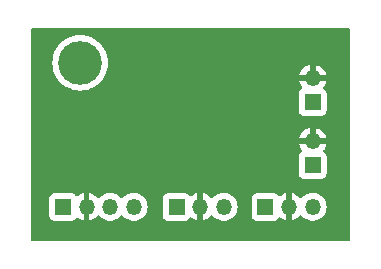
<source format=gbr>
%TF.GenerationSoftware,KiCad,Pcbnew,7.0.5*%
%TF.CreationDate,2023-08-11T08:16:59+02:00*%
%TF.ProjectId,FiresportTimer,46697265-7370-46f7-9274-54696d65722e,rev?*%
%TF.SameCoordinates,Original*%
%TF.FileFunction,Copper,L2,Bot*%
%TF.FilePolarity,Positive*%
%FSLAX46Y46*%
G04 Gerber Fmt 4.6, Leading zero omitted, Abs format (unit mm)*
G04 Created by KiCad (PCBNEW 7.0.5) date 2023-08-11 08:16:59*
%MOMM*%
%LPD*%
G01*
G04 APERTURE LIST*
%TA.AperFunction,ComponentPad*%
%ADD10R,1.350000X1.350000*%
%TD*%
%TA.AperFunction,ComponentPad*%
%ADD11O,1.350000X1.350000*%
%TD*%
%TA.AperFunction,ViaPad*%
%ADD12C,3.700000*%
%TD*%
G04 APERTURE END LIST*
D10*
%TO.P,CON_LED_L1,1,+*%
%TO.N,/LED_L*%
X173355000Y-67580000D03*
D11*
%TO.P,CON_LED_L1,2,-*%
%TO.N,GND*%
X173355000Y-65580000D03*
%TD*%
D10*
%TO.P,CON_OUT1,1,+*%
%TO.N,+12V*%
X152210000Y-71120000D03*
D11*
%TO.P,CON_OUT1,2,-*%
%TO.N,GND*%
X154210000Y-71120000D03*
%TO.P,CON_OUT1,3,L*%
%TO.N,/L_OUT*%
X156210000Y-71120000D03*
%TO.P,CON_OUT1,4,R*%
%TO.N,/R_OUT*%
X158210000Y-71120000D03*
%TD*%
D10*
%TO.P,CON_HAL_L1,1,+*%
%TO.N,+12V*%
X169355000Y-71120000D03*
D11*
%TO.P,CON_HAL_L1,2,-*%
%TO.N,GND*%
X171355000Y-71120000D03*
%TO.P,CON_HAL_L1,3,Q*%
%TO.N,/HAL_L*%
X173355000Y-71120000D03*
%TD*%
D10*
%TO.P,CON_LED_R1,1,+*%
%TO.N,/LED_R*%
X173355000Y-62230000D03*
D11*
%TO.P,CON_LED_R1,2,-*%
%TO.N,GND*%
X173355000Y-60230000D03*
%TD*%
D10*
%TO.P,CON_HAL_R1,1,+*%
%TO.N,+12V*%
X161830000Y-71120000D03*
D11*
%TO.P,CON_HAL_R1,2,-*%
%TO.N,GND*%
X163830000Y-71120000D03*
%TO.P,CON_HAL_R1,3,Q*%
%TO.N,/HAL_R*%
X165830000Y-71120000D03*
%TD*%
D12*
%TO.N,*%
X153670000Y-58928000D03*
%TD*%
%TA.AperFunction,Conductor*%
%TO.N,GND*%
G36*
X176442539Y-56026685D02*
G01*
X176488294Y-56079489D01*
X176499500Y-56131000D01*
X176499500Y-73875500D01*
X176479815Y-73942539D01*
X176427011Y-73988294D01*
X176375500Y-73999500D01*
X149624500Y-73999500D01*
X149557461Y-73979815D01*
X149511706Y-73927011D01*
X149500500Y-73875500D01*
X149500500Y-71842870D01*
X151034500Y-71842870D01*
X151034501Y-71842876D01*
X151040908Y-71902483D01*
X151091202Y-72037328D01*
X151091206Y-72037335D01*
X151177452Y-72152544D01*
X151177455Y-72152547D01*
X151292664Y-72238793D01*
X151292671Y-72238797D01*
X151427517Y-72289091D01*
X151427516Y-72289091D01*
X151434444Y-72289835D01*
X151487127Y-72295500D01*
X152932872Y-72295499D01*
X152992483Y-72289091D01*
X153127331Y-72238796D01*
X153242546Y-72152546D01*
X153269114Y-72117055D01*
X153305087Y-72069003D01*
X153361020Y-72027132D01*
X153430712Y-72022148D01*
X153487891Y-72051677D01*
X153498869Y-72061685D01*
X153498874Y-72061689D01*
X153684012Y-72176322D01*
X153684023Y-72176327D01*
X153887060Y-72254984D01*
X153960000Y-72268619D01*
X153960000Y-71435686D01*
X153971955Y-71447641D01*
X154084852Y-71505165D01*
X154178519Y-71520000D01*
X154241481Y-71520000D01*
X154335148Y-71505165D01*
X154448045Y-71447641D01*
X154460000Y-71435686D01*
X154460000Y-72268619D01*
X154532939Y-72254984D01*
X154735976Y-72176327D01*
X154735987Y-72176322D01*
X154921130Y-72061685D01*
X154921131Y-72061685D01*
X155082055Y-71914984D01*
X155110730Y-71877012D01*
X155166838Y-71835374D01*
X155236550Y-71830681D01*
X155297733Y-71864422D01*
X155308640Y-71877009D01*
X155327512Y-71902000D01*
X155337573Y-71915322D01*
X155498568Y-72062088D01*
X155498575Y-72062092D01*
X155498576Y-72062093D01*
X155683786Y-72176770D01*
X155683792Y-72176773D01*
X155706664Y-72185633D01*
X155886931Y-72255470D01*
X156101074Y-72295500D01*
X156101076Y-72295500D01*
X156318924Y-72295500D01*
X156318926Y-72295500D01*
X156533069Y-72255470D01*
X156736210Y-72176772D01*
X156921432Y-72062088D01*
X157082427Y-71915322D01*
X157111047Y-71877422D01*
X157167153Y-71835787D01*
X157236865Y-71831094D01*
X157298048Y-71864836D01*
X157308946Y-71877414D01*
X157337573Y-71915322D01*
X157498568Y-72062088D01*
X157498575Y-72062092D01*
X157498576Y-72062093D01*
X157683786Y-72176770D01*
X157683792Y-72176773D01*
X157706664Y-72185633D01*
X157886931Y-72255470D01*
X158101074Y-72295500D01*
X158101076Y-72295500D01*
X158318924Y-72295500D01*
X158318926Y-72295500D01*
X158533069Y-72255470D01*
X158736210Y-72176772D01*
X158921432Y-72062088D01*
X159082427Y-71915322D01*
X159137140Y-71842870D01*
X160654500Y-71842870D01*
X160654501Y-71842876D01*
X160660908Y-71902483D01*
X160711202Y-72037328D01*
X160711206Y-72037335D01*
X160797452Y-72152544D01*
X160797455Y-72152547D01*
X160912664Y-72238793D01*
X160912671Y-72238797D01*
X161047517Y-72289091D01*
X161047516Y-72289091D01*
X161054444Y-72289835D01*
X161107127Y-72295500D01*
X162552872Y-72295499D01*
X162612483Y-72289091D01*
X162747331Y-72238796D01*
X162862546Y-72152546D01*
X162889114Y-72117055D01*
X162925087Y-72069003D01*
X162981020Y-72027132D01*
X163050712Y-72022148D01*
X163107891Y-72051677D01*
X163118869Y-72061685D01*
X163118874Y-72061689D01*
X163304012Y-72176322D01*
X163304023Y-72176327D01*
X163507060Y-72254984D01*
X163580000Y-72268619D01*
X163580000Y-71435686D01*
X163591955Y-71447641D01*
X163704852Y-71505165D01*
X163798519Y-71520000D01*
X163861481Y-71520000D01*
X163955148Y-71505165D01*
X164068045Y-71447641D01*
X164080000Y-71435685D01*
X164080000Y-72268619D01*
X164152939Y-72254984D01*
X164355976Y-72176327D01*
X164355987Y-72176322D01*
X164541130Y-72061685D01*
X164541131Y-72061685D01*
X164702055Y-71914984D01*
X164730730Y-71877012D01*
X164786838Y-71835374D01*
X164856550Y-71830681D01*
X164917733Y-71864422D01*
X164928640Y-71877009D01*
X164947512Y-71902000D01*
X164957573Y-71915322D01*
X165118568Y-72062088D01*
X165118575Y-72062092D01*
X165118576Y-72062093D01*
X165303786Y-72176770D01*
X165303792Y-72176773D01*
X165326664Y-72185633D01*
X165506931Y-72255470D01*
X165721074Y-72295500D01*
X165721076Y-72295500D01*
X165938924Y-72295500D01*
X165938926Y-72295500D01*
X166153069Y-72255470D01*
X166356210Y-72176772D01*
X166541432Y-72062088D01*
X166702427Y-71915322D01*
X166757140Y-71842870D01*
X168179500Y-71842870D01*
X168179501Y-71842876D01*
X168185908Y-71902483D01*
X168236202Y-72037328D01*
X168236206Y-72037335D01*
X168322452Y-72152544D01*
X168322455Y-72152547D01*
X168437664Y-72238793D01*
X168437671Y-72238797D01*
X168572517Y-72289091D01*
X168572516Y-72289091D01*
X168579444Y-72289835D01*
X168632127Y-72295500D01*
X170077872Y-72295499D01*
X170137483Y-72289091D01*
X170272331Y-72238796D01*
X170387546Y-72152546D01*
X170414114Y-72117055D01*
X170450087Y-72069003D01*
X170506020Y-72027132D01*
X170575712Y-72022148D01*
X170632891Y-72051677D01*
X170643869Y-72061685D01*
X170643874Y-72061689D01*
X170829012Y-72176322D01*
X170829023Y-72176327D01*
X171032060Y-72254984D01*
X171105000Y-72268619D01*
X171105000Y-71435686D01*
X171116955Y-71447641D01*
X171229852Y-71505165D01*
X171323519Y-71520000D01*
X171386481Y-71520000D01*
X171480148Y-71505165D01*
X171593045Y-71447641D01*
X171605000Y-71435685D01*
X171605000Y-72268619D01*
X171677939Y-72254984D01*
X171880976Y-72176327D01*
X171880987Y-72176322D01*
X172066130Y-72061685D01*
X172066131Y-72061685D01*
X172227055Y-71914984D01*
X172255730Y-71877012D01*
X172311838Y-71835374D01*
X172381550Y-71830681D01*
X172442733Y-71864422D01*
X172453640Y-71877009D01*
X172472512Y-71902000D01*
X172482573Y-71915322D01*
X172643568Y-72062088D01*
X172643575Y-72062092D01*
X172643576Y-72062093D01*
X172828786Y-72176770D01*
X172828792Y-72176773D01*
X172851664Y-72185633D01*
X173031931Y-72255470D01*
X173246074Y-72295500D01*
X173246076Y-72295500D01*
X173463924Y-72295500D01*
X173463926Y-72295500D01*
X173678069Y-72255470D01*
X173881210Y-72176772D01*
X174066432Y-72062088D01*
X174227427Y-71915322D01*
X174358712Y-71741472D01*
X174455817Y-71546459D01*
X174515435Y-71336923D01*
X174535536Y-71120000D01*
X174515435Y-70903077D01*
X174455817Y-70693541D01*
X174358712Y-70498528D01*
X174227427Y-70324678D01*
X174066432Y-70177912D01*
X174066428Y-70177909D01*
X174066423Y-70177906D01*
X173881213Y-70063229D01*
X173881207Y-70063226D01*
X173796113Y-70030260D01*
X173678069Y-69984530D01*
X173463926Y-69944500D01*
X173246074Y-69944500D01*
X173031931Y-69984530D01*
X172988896Y-70001202D01*
X172828792Y-70063226D01*
X172828786Y-70063229D01*
X172643576Y-70177906D01*
X172643566Y-70177913D01*
X172482574Y-70324676D01*
X172453640Y-70362991D01*
X172397530Y-70404627D01*
X172327818Y-70409318D01*
X172266637Y-70375576D01*
X172255731Y-70362990D01*
X172227051Y-70325011D01*
X172227050Y-70325010D01*
X172066131Y-70178314D01*
X171880987Y-70063677D01*
X171880985Y-70063676D01*
X171677931Y-69985013D01*
X171677921Y-69985010D01*
X171605001Y-69971378D01*
X171605000Y-69971379D01*
X171605000Y-70804314D01*
X171593045Y-70792359D01*
X171480148Y-70734835D01*
X171386481Y-70720000D01*
X171323519Y-70720000D01*
X171229852Y-70734835D01*
X171116955Y-70792359D01*
X171105000Y-70804314D01*
X171105000Y-69971379D01*
X171104998Y-69971378D01*
X171032078Y-69985010D01*
X171032068Y-69985013D01*
X170829014Y-70063676D01*
X170829012Y-70063677D01*
X170643869Y-70178314D01*
X170643868Y-70178314D01*
X170632887Y-70188325D01*
X170570082Y-70218940D01*
X170500695Y-70210740D01*
X170450086Y-70170997D01*
X170387546Y-70087454D01*
X170355182Y-70063226D01*
X170272335Y-70001206D01*
X170272328Y-70001202D01*
X170137482Y-69950908D01*
X170137483Y-69950908D01*
X170077883Y-69944501D01*
X170077881Y-69944500D01*
X170077873Y-69944500D01*
X170077864Y-69944500D01*
X168632129Y-69944500D01*
X168632123Y-69944501D01*
X168572516Y-69950908D01*
X168437671Y-70001202D01*
X168437664Y-70001206D01*
X168322455Y-70087452D01*
X168322452Y-70087455D01*
X168236206Y-70202664D01*
X168236202Y-70202671D01*
X168185908Y-70337517D01*
X168179501Y-70397116D01*
X168179500Y-70397135D01*
X168179500Y-71842870D01*
X166757140Y-71842870D01*
X166833712Y-71741472D01*
X166930817Y-71546459D01*
X166990435Y-71336923D01*
X167010536Y-71120000D01*
X166990435Y-70903077D01*
X166930817Y-70693541D01*
X166833712Y-70498528D01*
X166702427Y-70324678D01*
X166541432Y-70177912D01*
X166541428Y-70177909D01*
X166541423Y-70177906D01*
X166356213Y-70063229D01*
X166356207Y-70063226D01*
X166271113Y-70030260D01*
X166153069Y-69984530D01*
X165938926Y-69944500D01*
X165721074Y-69944500D01*
X165506931Y-69984530D01*
X165463896Y-70001202D01*
X165303792Y-70063226D01*
X165303786Y-70063229D01*
X165118576Y-70177906D01*
X165118566Y-70177913D01*
X164957574Y-70324676D01*
X164928640Y-70362991D01*
X164872530Y-70404627D01*
X164802818Y-70409318D01*
X164741637Y-70375576D01*
X164730731Y-70362990D01*
X164702051Y-70325011D01*
X164702050Y-70325010D01*
X164541131Y-70178314D01*
X164355987Y-70063677D01*
X164355985Y-70063676D01*
X164152931Y-69985013D01*
X164152921Y-69985010D01*
X164080001Y-69971378D01*
X164080000Y-69971379D01*
X164080000Y-70804314D01*
X164068045Y-70792359D01*
X163955148Y-70734835D01*
X163861481Y-70720000D01*
X163798519Y-70720000D01*
X163704852Y-70734835D01*
X163591955Y-70792359D01*
X163580000Y-70804314D01*
X163580000Y-69971379D01*
X163579998Y-69971378D01*
X163507078Y-69985010D01*
X163507068Y-69985013D01*
X163304014Y-70063676D01*
X163304012Y-70063677D01*
X163118869Y-70178314D01*
X163118868Y-70178314D01*
X163107887Y-70188325D01*
X163045082Y-70218940D01*
X162975695Y-70210740D01*
X162925086Y-70170997D01*
X162862546Y-70087454D01*
X162830182Y-70063226D01*
X162747335Y-70001206D01*
X162747328Y-70001202D01*
X162612482Y-69950908D01*
X162612483Y-69950908D01*
X162552883Y-69944501D01*
X162552881Y-69944500D01*
X162552873Y-69944500D01*
X162552864Y-69944500D01*
X161107129Y-69944500D01*
X161107123Y-69944501D01*
X161047516Y-69950908D01*
X160912671Y-70001202D01*
X160912664Y-70001206D01*
X160797455Y-70087452D01*
X160797452Y-70087455D01*
X160711206Y-70202664D01*
X160711202Y-70202671D01*
X160660908Y-70337517D01*
X160654501Y-70397116D01*
X160654500Y-70397135D01*
X160654500Y-71842870D01*
X159137140Y-71842870D01*
X159213712Y-71741472D01*
X159310817Y-71546459D01*
X159370435Y-71336923D01*
X159390536Y-71120000D01*
X159370435Y-70903077D01*
X159310817Y-70693541D01*
X159213712Y-70498528D01*
X159082427Y-70324678D01*
X158921432Y-70177912D01*
X158921428Y-70177909D01*
X158921423Y-70177906D01*
X158736213Y-70063229D01*
X158736207Y-70063226D01*
X158651113Y-70030260D01*
X158533069Y-69984530D01*
X158318926Y-69944500D01*
X158101074Y-69944500D01*
X157886931Y-69984530D01*
X157843896Y-70001202D01*
X157683792Y-70063226D01*
X157683786Y-70063229D01*
X157498576Y-70177906D01*
X157498566Y-70177913D01*
X157337573Y-70324676D01*
X157308953Y-70362576D01*
X157252844Y-70404211D01*
X157183132Y-70408902D01*
X157121950Y-70375159D01*
X157111047Y-70362576D01*
X157082426Y-70324676D01*
X156921433Y-70177913D01*
X156921423Y-70177906D01*
X156736213Y-70063229D01*
X156736207Y-70063226D01*
X156651113Y-70030260D01*
X156533069Y-69984530D01*
X156318926Y-69944500D01*
X156101074Y-69944500D01*
X155886931Y-69984530D01*
X155843896Y-70001202D01*
X155683792Y-70063226D01*
X155683786Y-70063229D01*
X155498576Y-70177906D01*
X155498566Y-70177913D01*
X155337574Y-70324676D01*
X155308640Y-70362991D01*
X155252530Y-70404627D01*
X155182818Y-70409318D01*
X155121637Y-70375576D01*
X155110731Y-70362990D01*
X155082051Y-70325011D01*
X155082050Y-70325010D01*
X154921131Y-70178314D01*
X154735987Y-70063677D01*
X154735985Y-70063676D01*
X154532931Y-69985013D01*
X154532921Y-69985010D01*
X154460001Y-69971378D01*
X154460000Y-69971379D01*
X154460000Y-70804314D01*
X154448045Y-70792359D01*
X154335148Y-70734835D01*
X154241481Y-70720000D01*
X154178519Y-70720000D01*
X154084852Y-70734835D01*
X153971955Y-70792359D01*
X153960000Y-70804314D01*
X153960000Y-69971379D01*
X153959998Y-69971378D01*
X153887078Y-69985010D01*
X153887068Y-69985013D01*
X153684014Y-70063676D01*
X153684012Y-70063677D01*
X153498869Y-70178314D01*
X153498868Y-70178314D01*
X153487887Y-70188325D01*
X153425082Y-70218940D01*
X153355695Y-70210740D01*
X153305086Y-70170997D01*
X153242546Y-70087454D01*
X153210182Y-70063226D01*
X153127335Y-70001206D01*
X153127328Y-70001202D01*
X152992482Y-69950908D01*
X152992483Y-69950908D01*
X152932883Y-69944501D01*
X152932881Y-69944500D01*
X152932873Y-69944500D01*
X152932864Y-69944500D01*
X151487129Y-69944500D01*
X151487123Y-69944501D01*
X151427516Y-69950908D01*
X151292671Y-70001202D01*
X151292664Y-70001206D01*
X151177455Y-70087452D01*
X151177452Y-70087455D01*
X151091206Y-70202664D01*
X151091202Y-70202671D01*
X151040908Y-70337517D01*
X151034501Y-70397116D01*
X151034500Y-70397135D01*
X151034500Y-71842870D01*
X149500500Y-71842870D01*
X149500500Y-68302870D01*
X172179500Y-68302870D01*
X172179501Y-68302876D01*
X172185908Y-68362483D01*
X172236202Y-68497328D01*
X172236206Y-68497335D01*
X172322452Y-68612544D01*
X172322455Y-68612547D01*
X172437664Y-68698793D01*
X172437671Y-68698797D01*
X172572517Y-68749091D01*
X172572516Y-68749091D01*
X172579444Y-68749835D01*
X172632127Y-68755500D01*
X174077872Y-68755499D01*
X174137483Y-68749091D01*
X174272331Y-68698796D01*
X174387546Y-68612546D01*
X174473796Y-68497331D01*
X174524091Y-68362483D01*
X174530500Y-68302873D01*
X174530499Y-66857128D01*
X174524091Y-66797517D01*
X174473796Y-66662669D01*
X174473795Y-66662668D01*
X174473793Y-66662664D01*
X174387547Y-66547455D01*
X174301494Y-66483035D01*
X174259624Y-66427101D01*
X174254640Y-66357409D01*
X174276852Y-66309042D01*
X174358284Y-66201208D01*
X174455348Y-66006280D01*
X174505505Y-65830000D01*
X173670686Y-65830000D01*
X173682641Y-65818045D01*
X173740165Y-65705148D01*
X173759986Y-65580000D01*
X173740165Y-65454852D01*
X173682641Y-65341955D01*
X173670686Y-65330000D01*
X174505505Y-65330000D01*
X174505505Y-65329999D01*
X174455348Y-65153719D01*
X174358284Y-64958791D01*
X174227054Y-64785014D01*
X174066131Y-64638314D01*
X173880987Y-64523677D01*
X173880985Y-64523676D01*
X173677931Y-64445013D01*
X173677921Y-64445010D01*
X173605001Y-64431378D01*
X173605000Y-64431379D01*
X173605000Y-65264314D01*
X173593045Y-65252359D01*
X173480148Y-65194835D01*
X173386481Y-65180000D01*
X173323519Y-65180000D01*
X173229852Y-65194835D01*
X173116955Y-65252359D01*
X173105000Y-65264313D01*
X173105000Y-64431379D01*
X173104998Y-64431378D01*
X173032078Y-64445010D01*
X173032068Y-64445013D01*
X172829014Y-64523676D01*
X172829012Y-64523677D01*
X172643869Y-64638314D01*
X172643868Y-64638314D01*
X172482945Y-64785014D01*
X172351715Y-64958791D01*
X172254651Y-65153719D01*
X172204494Y-65329999D01*
X172204495Y-65330000D01*
X173039314Y-65330000D01*
X173027359Y-65341955D01*
X172969835Y-65454852D01*
X172950014Y-65580000D01*
X172969835Y-65705148D01*
X173027359Y-65818045D01*
X173039314Y-65830000D01*
X172204495Y-65830000D01*
X172254651Y-66006280D01*
X172351715Y-66201208D01*
X172433147Y-66309042D01*
X172457839Y-66374404D01*
X172443274Y-66442738D01*
X172408505Y-66483035D01*
X172322452Y-66547455D01*
X172236206Y-66662664D01*
X172236202Y-66662671D01*
X172185908Y-66797517D01*
X172179501Y-66857116D01*
X172179501Y-66857123D01*
X172179500Y-66857135D01*
X172179500Y-68302870D01*
X149500500Y-68302870D01*
X149500500Y-62952870D01*
X172179500Y-62952870D01*
X172179501Y-62952876D01*
X172185908Y-63012483D01*
X172236202Y-63147328D01*
X172236206Y-63147335D01*
X172322452Y-63262544D01*
X172322455Y-63262547D01*
X172437664Y-63348793D01*
X172437671Y-63348797D01*
X172572517Y-63399091D01*
X172572516Y-63399091D01*
X172579444Y-63399835D01*
X172632127Y-63405500D01*
X174077872Y-63405499D01*
X174137483Y-63399091D01*
X174272331Y-63348796D01*
X174387546Y-63262546D01*
X174473796Y-63147331D01*
X174524091Y-63012483D01*
X174530500Y-62952873D01*
X174530499Y-61507128D01*
X174524091Y-61447517D01*
X174473796Y-61312669D01*
X174473795Y-61312668D01*
X174473793Y-61312664D01*
X174387547Y-61197455D01*
X174301494Y-61133035D01*
X174259624Y-61077101D01*
X174254640Y-61007409D01*
X174276852Y-60959042D01*
X174358284Y-60851208D01*
X174455348Y-60656280D01*
X174505505Y-60480000D01*
X173670686Y-60480000D01*
X173682641Y-60468045D01*
X173740165Y-60355148D01*
X173759986Y-60230000D01*
X173740165Y-60104852D01*
X173682641Y-59991955D01*
X173670686Y-59980000D01*
X174505505Y-59980000D01*
X174505505Y-59979999D01*
X174455348Y-59803719D01*
X174358284Y-59608791D01*
X174227054Y-59435014D01*
X174066131Y-59288314D01*
X173880987Y-59173677D01*
X173880985Y-59173676D01*
X173677931Y-59095013D01*
X173677921Y-59095010D01*
X173605001Y-59081378D01*
X173605000Y-59081379D01*
X173605000Y-59914314D01*
X173593045Y-59902359D01*
X173480148Y-59844835D01*
X173386481Y-59830000D01*
X173323519Y-59830000D01*
X173229852Y-59844835D01*
X173116955Y-59902359D01*
X173105000Y-59914313D01*
X173105000Y-59081379D01*
X173104998Y-59081378D01*
X173032078Y-59095010D01*
X173032068Y-59095013D01*
X172829014Y-59173676D01*
X172829012Y-59173677D01*
X172643869Y-59288314D01*
X172643868Y-59288314D01*
X172482945Y-59435014D01*
X172351715Y-59608791D01*
X172254651Y-59803719D01*
X172204494Y-59979999D01*
X172204495Y-59980000D01*
X173039314Y-59980000D01*
X173027359Y-59991955D01*
X172969835Y-60104852D01*
X172950014Y-60230000D01*
X172969835Y-60355148D01*
X173027359Y-60468045D01*
X173039314Y-60480000D01*
X172204495Y-60480000D01*
X172254651Y-60656280D01*
X172351715Y-60851208D01*
X172433147Y-60959042D01*
X172457839Y-61024404D01*
X172443274Y-61092738D01*
X172408505Y-61133035D01*
X172322452Y-61197455D01*
X172236206Y-61312664D01*
X172236202Y-61312671D01*
X172185908Y-61447517D01*
X172179501Y-61507116D01*
X172179501Y-61507123D01*
X172179500Y-61507135D01*
X172179500Y-62952870D01*
X149500500Y-62952870D01*
X149500500Y-58928000D01*
X151314457Y-58928000D01*
X151330559Y-59173676D01*
X151334609Y-59235458D01*
X151334611Y-59235470D01*
X151394718Y-59537651D01*
X151394723Y-59537671D01*
X151493758Y-59829419D01*
X151493762Y-59829429D01*
X151630037Y-60105767D01*
X151630041Y-60105774D01*
X151801212Y-60361951D01*
X151801218Y-60361958D01*
X151801222Y-60361964D01*
X151894253Y-60468045D01*
X152004379Y-60593620D01*
X152112616Y-60688540D01*
X152236036Y-60796778D01*
X152236042Y-60796782D01*
X152236048Y-60796787D01*
X152492225Y-60967958D01*
X152492232Y-60967962D01*
X152768570Y-61104237D01*
X152768580Y-61104241D01*
X153060328Y-61203276D01*
X153060332Y-61203277D01*
X153060341Y-61203280D01*
X153362540Y-61263391D01*
X153670000Y-61283543D01*
X153977460Y-61263391D01*
X154279659Y-61203280D01*
X154296822Y-61197454D01*
X154571419Y-61104241D01*
X154571429Y-61104237D01*
X154594747Y-61092738D01*
X154847772Y-60967960D01*
X155103964Y-60796778D01*
X155335620Y-60593620D01*
X155538778Y-60361964D01*
X155543333Y-60355148D01*
X155593725Y-60279729D01*
X155709960Y-60105772D01*
X155846238Y-59829427D01*
X155945280Y-59537659D01*
X156005391Y-59235460D01*
X156025543Y-58928000D01*
X156005391Y-58620540D01*
X155945280Y-58318341D01*
X155846238Y-58026573D01*
X155846230Y-58026556D01*
X155709965Y-57750238D01*
X155709956Y-57750223D01*
X155707651Y-57746774D01*
X155538778Y-57494036D01*
X155494267Y-57443281D01*
X155335620Y-57262379D01*
X155212200Y-57154142D01*
X155103964Y-57059222D01*
X155103958Y-57059218D01*
X155103951Y-57059212D01*
X154847774Y-56888041D01*
X154847767Y-56888037D01*
X154571429Y-56751762D01*
X154571419Y-56751758D01*
X154279671Y-56652723D01*
X154279651Y-56652718D01*
X153977470Y-56592611D01*
X153977460Y-56592609D01*
X153670000Y-56572457D01*
X153362540Y-56592609D01*
X153362534Y-56592610D01*
X153362529Y-56592611D01*
X153060348Y-56652718D01*
X153060333Y-56652722D01*
X152768577Y-56751760D01*
X152768556Y-56751769D01*
X152492238Y-56888034D01*
X152492223Y-56888043D01*
X152236034Y-57059223D01*
X152004379Y-57262379D01*
X151801223Y-57494034D01*
X151630043Y-57750223D01*
X151630034Y-57750238D01*
X151493769Y-58026556D01*
X151493760Y-58026577D01*
X151394722Y-58318333D01*
X151394718Y-58318348D01*
X151334611Y-58620529D01*
X151334609Y-58620540D01*
X151314457Y-58928000D01*
X149500500Y-58928000D01*
X149500500Y-56131000D01*
X149520185Y-56063961D01*
X149572989Y-56018206D01*
X149624500Y-56007000D01*
X176375500Y-56007000D01*
X176442539Y-56026685D01*
G37*
%TD.AperFunction*%
%TD*%
M02*

</source>
